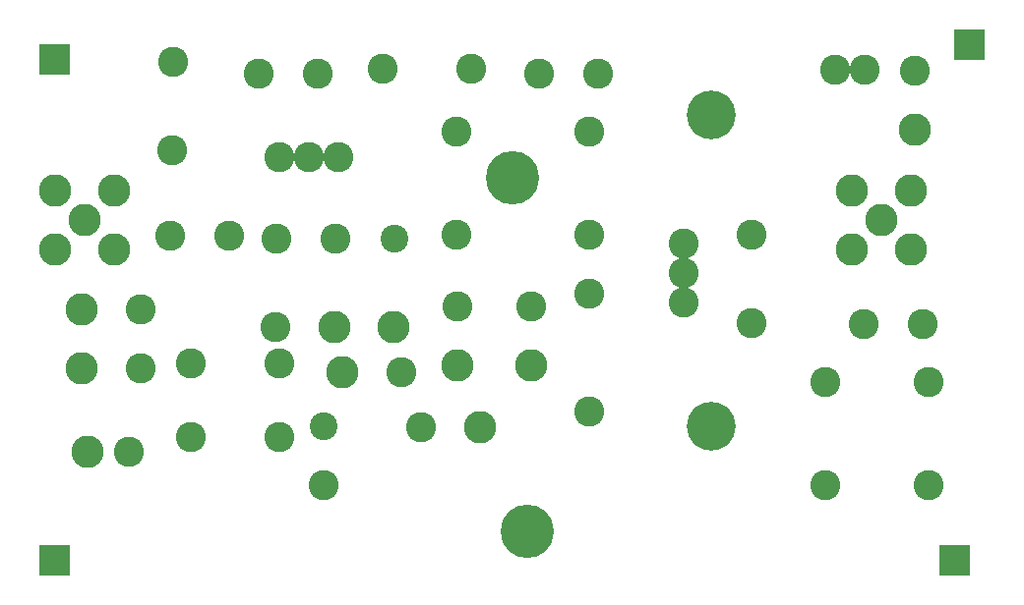
<source format=gbr>
%FSLAX34Y34*%
%MOMM*%
%LNSOLDERMASK_BOTTOM*%
G71*
G01*
%ADD10C,2.600*%
%ADD11C,2.600*%
%ADD12C,2.800*%
%ADD13C,2.400*%
%ADD14C,4.200*%
%ADD15C,4.600*%
%ADD16C,2.600*%
%ADD17C,2.800*%
%LPD*%
X231800Y373100D02*
G54D10*
D03*
X257200Y373100D02*
G54D10*
D03*
X282600Y373100D02*
G54D10*
D03*
X579716Y298260D02*
G54D10*
D03*
X579716Y272860D02*
G54D10*
D03*
X579716Y247460D02*
G54D10*
D03*
X188399Y305673D02*
G54D11*
D03*
X137419Y305561D02*
G54D11*
D03*
X228625Y303125D02*
G54D11*
D03*
X228575Y226875D02*
G54D11*
D03*
X38100Y344500D02*
G54D12*
D03*
X88900Y344500D02*
G54D12*
D03*
X63500Y319100D02*
G54D12*
D03*
X88900Y293700D02*
G54D12*
D03*
X38100Y293700D02*
G54D12*
D03*
X139725Y455525D02*
G54D11*
D03*
X139675Y379275D02*
G54D11*
D03*
X279425Y303125D02*
G54D11*
D03*
X279375Y226875D02*
G54D11*
D03*
X264599Y445373D02*
G54D11*
D03*
X213619Y445261D02*
G54D11*
D03*
X330225Y303125D02*
G54D13*
D03*
X330175Y226875D02*
G54D13*
D03*
X285734Y187811D02*
G54D11*
D03*
X336715Y187923D02*
G54D11*
D03*
X231223Y195048D02*
G54D11*
D03*
X154973Y195098D02*
G54D11*
D03*
X112199Y242173D02*
G54D11*
D03*
X61219Y242061D02*
G54D11*
D03*
X112199Y191373D02*
G54D11*
D03*
X61219Y191261D02*
G54D11*
D03*
X66612Y119100D02*
G54D11*
D03*
X101712Y119100D02*
G54D11*
D03*
X231223Y131548D02*
G54D11*
D03*
X154973Y131598D02*
G54D11*
D03*
X269900Y90400D02*
G54D13*
D03*
X269900Y141200D02*
G54D13*
D03*
X404299Y140573D02*
G54D11*
D03*
X353319Y140461D02*
G54D11*
D03*
X396323Y449048D02*
G54D11*
D03*
X320073Y449098D02*
G54D11*
D03*
X638200Y306300D02*
G54D11*
D03*
X638200Y230100D02*
G54D11*
D03*
X785299Y229474D02*
G54D11*
D03*
X734318Y229361D02*
G54D11*
D03*
X384200Y395200D02*
G54D11*
D03*
X384200Y306300D02*
G54D11*
D03*
X498500Y395200D02*
G54D11*
D03*
X498500Y306300D02*
G54D11*
D03*
X384898Y193810D02*
G54D11*
D03*
X384785Y244790D02*
G54D11*
D03*
X709775Y448575D02*
G54D11*
D03*
X735275Y448575D02*
G54D11*
D03*
X778598Y397010D02*
G54D11*
D03*
X778485Y447990D02*
G54D11*
D03*
X701700Y179300D02*
G54D11*
D03*
X790600Y179300D02*
G54D11*
D03*
X701700Y90400D02*
G54D11*
D03*
X790600Y90400D02*
G54D11*
D03*
X505900Y445373D02*
G54D11*
D03*
X454920Y445260D02*
G54D11*
D03*
X723900Y344500D02*
G54D12*
D03*
X774700Y344500D02*
G54D12*
D03*
X749300Y319100D02*
G54D12*
D03*
X774700Y293700D02*
G54D12*
D03*
X723900Y293700D02*
G54D12*
D03*
X603276Y409344D02*
G54D14*
D03*
X603376Y140944D02*
G54D14*
D03*
X498500Y255500D02*
G54D11*
D03*
X498500Y153900D02*
G54D11*
D03*
X448398Y193810D02*
G54D11*
D03*
X448285Y244790D02*
G54D11*
D03*
G36*
X25100Y470200D02*
X51100Y470200D01*
X51100Y444200D01*
X25100Y444200D01*
X25100Y470200D01*
G37*
G36*
X25100Y38400D02*
X51100Y38400D01*
X51100Y12400D01*
X25100Y12400D01*
X25100Y38400D01*
G37*
G36*
X799800Y38400D02*
X825800Y38400D01*
X825800Y12400D01*
X799800Y12400D01*
X799800Y38400D01*
G37*
G36*
X812500Y482900D02*
X838500Y482900D01*
X838500Y456900D01*
X812500Y456900D01*
X812500Y482900D01*
G37*
X444500Y50800D02*
G54D15*
D03*
X431800Y355600D02*
G54D15*
D03*
X61219Y191261D02*
G54D16*
D03*
X61219Y242061D02*
G54D16*
D03*
X404299Y140573D02*
G54D16*
D03*
X638200Y230100D02*
G54D16*
D03*
X330175Y226875D02*
G54D16*
D03*
X279375Y226875D02*
G54D17*
D03*
X285734Y187811D02*
G54D17*
D03*
X384898Y193810D02*
G54D17*
D03*
X448398Y193810D02*
G54D17*
D03*
X269900Y90400D02*
G54D16*
D03*
X61219Y242061D02*
G54D17*
D03*
X61219Y191261D02*
G54D17*
D03*
X66612Y119100D02*
G54D17*
D03*
X404299Y140573D02*
G54D17*
D03*
X330175Y226875D02*
G54D17*
D03*
X778598Y397010D02*
G54D17*
D03*
M02*

</source>
